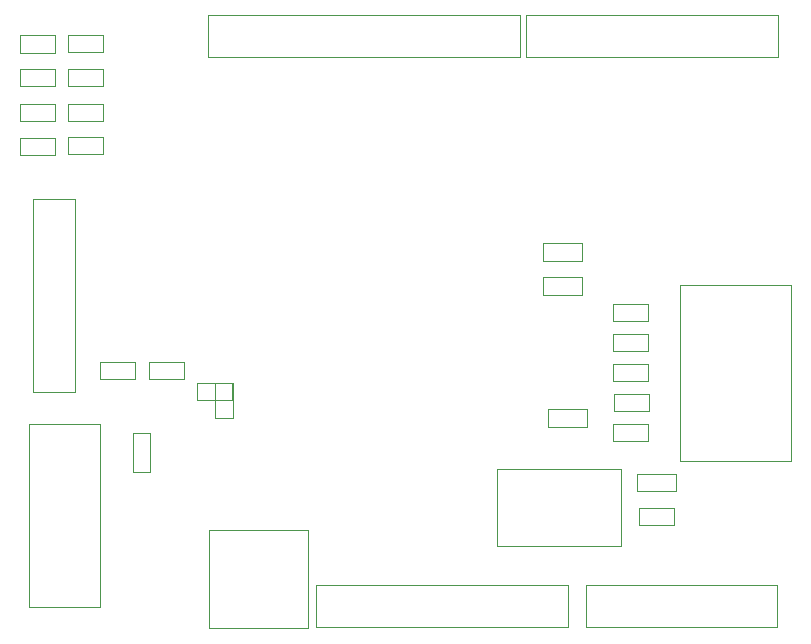
<source format=gbr>
%TF.GenerationSoftware,KiCad,Pcbnew,(5.1.7)-1*%
%TF.CreationDate,2020-11-28T10:02:44+01:00*%
%TF.ProjectId,Rhizo_Receiver_Shield,5268697a-6f5f-4526-9563-65697665725f,rev?*%
%TF.SameCoordinates,Original*%
%TF.FileFunction,Other,User*%
%FSLAX46Y46*%
G04 Gerber Fmt 4.6, Leading zero omitted, Abs format (unit mm)*
G04 Created by KiCad (PCBNEW (5.1.7)-1) date 2020-11-28 10:02:44*
%MOMM*%
%LPD*%
G01*
G04 APERTURE LIST*
%ADD10C,0.050000*%
G04 APERTURE END LIST*
D10*
%TO.C,P9*%
X116801040Y-89363140D02*
X113201040Y-89363140D01*
X116801040Y-105663140D02*
X116801040Y-89363140D01*
X113201040Y-105663140D02*
X116801040Y-105663140D01*
X113201040Y-89363140D02*
X113201040Y-105663140D01*
%TO.C,C18*%
X159709120Y-94570300D02*
X156409120Y-94570300D01*
X159709120Y-93110300D02*
X159709120Y-94570300D01*
X156409120Y-93110300D02*
X159709120Y-93110300D01*
X156409120Y-94570300D02*
X156409120Y-93110300D01*
%TO.C,C16*%
X159730880Y-97443040D02*
X156430880Y-97443040D01*
X159730880Y-95983040D02*
X159730880Y-97443040D01*
X156430880Y-95983040D02*
X159730880Y-95983040D01*
X156430880Y-97443040D02*
X156430880Y-95983040D01*
%TO.C,C15*%
X160120600Y-108636820D02*
X156820600Y-108636820D01*
X160120600Y-107176820D02*
X160120600Y-108636820D01*
X156820600Y-107176820D02*
X160120600Y-107176820D01*
X156820600Y-108636820D02*
X156820600Y-107176820D01*
%TO.C,C14*%
X167687260Y-114105440D02*
X164387260Y-114105440D01*
X167687260Y-112645440D02*
X167687260Y-114105440D01*
X164387260Y-112645440D02*
X167687260Y-112645440D01*
X164387260Y-114105440D02*
X164387260Y-112645440D01*
%TO.C,C2*%
X123168160Y-109128460D02*
X123168160Y-112428460D01*
X121708160Y-109128460D02*
X123168160Y-109128460D01*
X121708160Y-112428460D02*
X121708160Y-109128460D01*
X123168160Y-112428460D02*
X121708160Y-112428460D01*
%TO.C,J1*%
X128164000Y-117369000D02*
X136504000Y-117369000D01*
X128164000Y-117369000D02*
X128164000Y-125709000D01*
X136504000Y-125709000D02*
X136504000Y-117369000D01*
X136504000Y-125709000D02*
X128164000Y-125709000D01*
%TO.C,SW2*%
X152470240Y-118696560D02*
X152470240Y-112196560D01*
X162970240Y-118696560D02*
X152470240Y-118696560D01*
X162970240Y-112196560D02*
X162970240Y-118696560D01*
X152470240Y-112196560D02*
X162970240Y-112196560D01*
%TO.C,SW1*%
X168022540Y-111513800D02*
X177422540Y-111513800D01*
X168022540Y-96613800D02*
X168022540Y-111513800D01*
X177422540Y-96613800D02*
X168022540Y-96613800D01*
X177422540Y-111513800D02*
X177422540Y-96613800D01*
%TO.C,R101*%
X121890740Y-104623620D02*
X118930740Y-104623620D01*
X121890740Y-103163620D02*
X121890740Y-104623620D01*
X118930740Y-103163620D02*
X121890740Y-103163620D01*
X118930740Y-104623620D02*
X118930740Y-103163620D01*
%TO.C,R13*%
X130100020Y-106401620D02*
X127140020Y-106401620D01*
X130100020Y-104941620D02*
X130100020Y-106401620D01*
X127140020Y-104941620D02*
X130100020Y-104941620D01*
X127140020Y-106401620D02*
X127140020Y-104941620D01*
%TO.C,R11*%
X162324100Y-99665540D02*
X162324100Y-98205540D01*
X162324100Y-98205540D02*
X165284100Y-98205540D01*
X165284100Y-98205540D02*
X165284100Y-99665540D01*
X165284100Y-99665540D02*
X162324100Y-99665540D01*
%TO.C,R10*%
X165284600Y-102243640D02*
X162324600Y-102243640D01*
X165284600Y-100783640D02*
X165284600Y-102243640D01*
X162324600Y-100783640D02*
X165284600Y-100783640D01*
X162324600Y-102243640D02*
X162324600Y-100783640D01*
%TO.C,R9*%
X165312540Y-104778560D02*
X162352540Y-104778560D01*
X165312540Y-103318560D02*
X165312540Y-104778560D01*
X162352540Y-103318560D02*
X165312540Y-103318560D01*
X162352540Y-104778560D02*
X162352540Y-103318560D01*
%TO.C,R8*%
X165345560Y-107321100D02*
X162385560Y-107321100D01*
X165345560Y-105861100D02*
X165345560Y-107321100D01*
X162385560Y-105861100D02*
X165345560Y-105861100D01*
X162385560Y-107321100D02*
X162385560Y-105861100D01*
%TO.C,R7*%
X162322560Y-109876340D02*
X162322560Y-108416340D01*
X162322560Y-108416340D02*
X165282560Y-108416340D01*
X165282560Y-108416340D02*
X165282560Y-109876340D01*
X165282560Y-109876340D02*
X162322560Y-109876340D01*
%TO.C,R6*%
X119127220Y-82749140D02*
X116167220Y-82749140D01*
X119127220Y-81289140D02*
X119127220Y-82749140D01*
X116167220Y-81289140D02*
X119127220Y-81289140D01*
X116167220Y-82749140D02*
X116167220Y-81289140D01*
%TO.C,R5*%
X119119600Y-85583780D02*
X116159600Y-85583780D01*
X119119600Y-84123780D02*
X119119600Y-85583780D01*
X116159600Y-84123780D02*
X119119600Y-84123780D01*
X116159600Y-85583780D02*
X116159600Y-84123780D01*
%TO.C,R4*%
X164501880Y-115495320D02*
X167461880Y-115495320D01*
X164501880Y-116955320D02*
X164501880Y-115495320D01*
X167461880Y-116955320D02*
X164501880Y-116955320D01*
X167461880Y-115495320D02*
X167461880Y-116955320D01*
%TO.C,R3*%
X119155160Y-76945240D02*
X116195160Y-76945240D01*
X119155160Y-75485240D02*
X119155160Y-76945240D01*
X116195160Y-75485240D02*
X119155160Y-75485240D01*
X116195160Y-76945240D02*
X116195160Y-75485240D01*
%TO.C,R2*%
X119152620Y-79790040D02*
X116192620Y-79790040D01*
X119152620Y-78330040D02*
X119152620Y-79790040D01*
X116192620Y-78330040D02*
X119152620Y-78330040D01*
X116192620Y-79790040D02*
X116192620Y-78330040D01*
%TO.C,R1*%
X128660140Y-107903460D02*
X128660140Y-104943460D01*
X130120140Y-107903460D02*
X128660140Y-107903460D01*
X130120140Y-104943460D02*
X130120140Y-107903460D01*
X128660140Y-104943460D02*
X130120140Y-104943460D01*
%TO.C,D101*%
X126039160Y-104623620D02*
X123079160Y-104623620D01*
X126039160Y-103163620D02*
X126039160Y-104623620D01*
X123079160Y-103163620D02*
X126039160Y-103163620D01*
X123079160Y-104623620D02*
X123079160Y-103163620D01*
%TO.C,D4*%
X112108700Y-81278980D02*
X115068700Y-81278980D01*
X112108700Y-82738980D02*
X112108700Y-81278980D01*
X115068700Y-82738980D02*
X112108700Y-82738980D01*
X115068700Y-81278980D02*
X115068700Y-82738980D01*
%TO.C,D3*%
X112090920Y-84192360D02*
X115050920Y-84192360D01*
X112090920Y-85652360D02*
X112090920Y-84192360D01*
X115050920Y-85652360D02*
X112090920Y-85652360D01*
X115050920Y-84192360D02*
X115050920Y-85652360D01*
%TO.C,D2*%
X112116320Y-75497940D02*
X115076320Y-75497940D01*
X112116320Y-76957940D02*
X112116320Y-75497940D01*
X115076320Y-76957940D02*
X112116320Y-76957940D01*
X115076320Y-75497940D02*
X115076320Y-76957940D01*
%TO.C,D1*%
X112103820Y-78347820D02*
X115063820Y-78347820D01*
X112103820Y-79807820D02*
X112103820Y-78347820D01*
X115063820Y-79807820D02*
X112103820Y-79807820D01*
X115063820Y-78347820D02*
X115063820Y-79807820D01*
%TO.C,AE1*%
X118858780Y-108412680D02*
X112908780Y-108412680D01*
X118858780Y-123912680D02*
X118858780Y-108412680D01*
X112908780Y-123912680D02*
X118858780Y-123912680D01*
X112908780Y-108412680D02*
X112908780Y-123912680D01*
%TO.C,P1*%
X137188000Y-122075000D02*
X137188000Y-125575000D01*
X158488000Y-122075000D02*
X158488000Y-125575000D01*
X137188000Y-122075000D02*
X158488000Y-122075000D01*
X137188000Y-125575000D02*
X158488000Y-125575000D01*
%TO.C,P2*%
X160048000Y-122075000D02*
X160048000Y-125575000D01*
X176248000Y-122075000D02*
X176248000Y-125575000D01*
X160048000Y-122075000D02*
X176248000Y-122075000D01*
X160048000Y-125575000D02*
X176248000Y-125575000D01*
%TO.C,P3*%
X128044000Y-73815000D02*
X128044000Y-77315000D01*
X154444000Y-73815000D02*
X154444000Y-77315000D01*
X128044000Y-73815000D02*
X154444000Y-73815000D01*
X128044000Y-77315000D02*
X154444000Y-77315000D01*
%TO.C,P4*%
X154968000Y-73815000D02*
X154968000Y-77315000D01*
X176268000Y-73815000D02*
X176268000Y-77315000D01*
X154968000Y-73815000D02*
X176268000Y-73815000D01*
X154968000Y-77315000D02*
X176268000Y-77315000D01*
%TD*%
M02*

</source>
